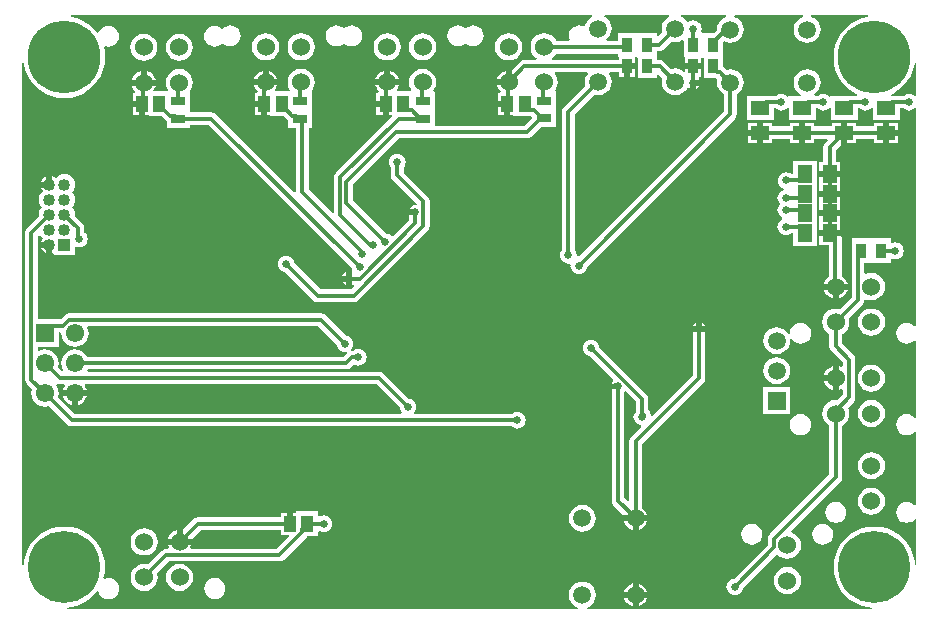
<source format=gbr>
%FSTAX23Y23*%
%MOIN*%
%SFA1B1*%

%IPPOS*%
%ADD13R,0.059000X0.049000*%
%ADD25C,0.012000*%
%ADD27C,0.059000*%
%ADD28R,0.061000X0.061000*%
%ADD29C,0.061000*%
%ADD30C,0.060000*%
%ADD31C,0.059000*%
%ADD32R,0.059000X0.059000*%
%ADD33R,0.040000X0.040000*%
%ADD34C,0.040000*%
%ADD35C,0.242000*%
%ADD36C,0.240000*%
%ADD37C,0.025000*%
%ADD38R,0.043000X0.053000*%
%ADD39R,0.033000X0.051000*%
%ADD40R,0.047000X0.031000*%
%ADD41R,0.049000X0.059000*%
%LNtemperature_monitor_&_display_copper_signal_bot-1*%
%LPD*%
G36*
X02357Y01985D02*
X02348Y01981D01*
X02338Y01974*
X02331Y01965*
X02327Y01954*
X02325Y01942*
Y01941*
X02315Y01931*
X02283*
X02282*
X02278*
X02274Y01933*
X02272Y01936*
X02273Y01938*
X02274Y01945*
X02273Y01952*
X02271Y01959*
X02266Y01965*
X0226Y01969*
X02254Y01972*
X02247Y01973*
X02239Y01972*
X02233Y01969*
X0223Y01967*
X02228*
X02224Y01969*
X02218Y01977*
X02208Y01984*
X02206Y01985*
X02207Y0199*
X02356*
X02357Y01985*
G37*
G36*
X02166D02*
X02163Y01984D01*
X02154Y01977*
X02147Y01967*
X02143Y01957*
X02141Y01945*
X02143Y01933*
Y01932*
X0213Y01919*
X02125Y01921*
Y01931*
X02062*
X02058*
X01995*
Y01904*
X01958*
X01957Y01909*
X01962Y01913*
X01969Y01923*
X01973Y01933*
X01975Y01945*
X01973Y01957*
X01969Y01967*
X01962Y01977*
X01952Y01984*
X0195Y01985*
X01951Y0199*
X02165*
X02166Y01985*
G37*
G36*
X02215Y01905D02*
Y01849D01*
X0222*
Y0183*
X02247*
X02273*
Y01846*
X02274Y01847*
X02281*
X02282Y01846*
Y01779*
X02322*
X02325Y01778*
X02326Y01774*
X02325Y01765*
X02327Y01753*
X02331Y01743*
X02338Y01733*
X02348Y01726*
X02349*
Y01669*
X01865Y01186*
X01862*
X01858Y0119*
X01857Y01197*
X01854Y01204*
X01851Y01207*
Y01659*
X01917Y01725*
X01918Y01724*
X0193Y01723*
X01942Y01724*
X01952Y01729*
X01962Y01736*
X01969Y01745*
X01973Y01756*
X01975Y01768*
X01973Y01779*
X01969Y0179*
X01966Y01794*
X01968Y01799*
X02*
Y01784*
X02017*
Y0182*
X02027*
Y0183*
X02053*
Y01849*
X02058*
X02062Y01846*
Y01779*
X02125*
Y01792*
X0213Y01794*
X02143Y0178*
Y01779*
X02141Y01768*
X02143Y01756*
X02147Y01745*
X02154Y01736*
X02163Y01729*
X02174Y01724*
X02186Y01723*
X02198Y01724*
X02208Y01729*
X02218Y01736*
X02225Y01745*
Y01746*
X02231Y01747*
X02235Y01745*
Y01765*
X02245*
Y01775*
X02267*
Y01784*
X02273*
Y0181*
X02247*
X0222*
Y01804*
X02215Y01802*
X02208Y01807*
X02198Y01811*
X02186Y01813*
X02174Y01811*
X02173*
X02149Y01835*
X02142Y0184*
X02134Y01841*
X02125*
Y01869*
X02131*
X02139Y0187*
X02146Y01875*
X02173Y01902*
X02174*
X02186Y019*
X02198Y01902*
X02208Y01906*
X0221Y01908*
X02215Y01905*
G37*
G36*
X02829Y01985D02*
D01*
X02808Y0198*
X02788Y01972*
X0277Y0196*
X02754Y01946*
X0274Y0193*
X02728Y01912*
X0272Y01892*
X02715Y01871*
X02714Y0185*
X02715Y01829*
X0272Y01808*
X02728Y01788*
X0274Y0177*
X02754Y01754*
X0277Y0174*
X02788Y01728*
X02793Y01726*
X02792Y01721*
X0277*
X02762Y0172*
X02705*
X027Y01718*
Y0172*
X02694Y01724*
X02687Y01727*
X0268Y01728*
X02673Y01727*
X02666Y01724*
X02663Y01721*
X02652*
X02649Y01726*
X02658Y01733*
X02665Y01743*
X02669Y01753*
X02671Y01765*
X02669Y01777*
X02665Y01787*
X02658Y01797*
X02648Y01804*
X02638Y01808*
X02626Y0181*
X02614Y01808*
X02603Y01804*
X02594Y01797*
X02587Y01787*
X02583Y01777*
X02581Y01765*
X02583Y01753*
X02587Y01743*
X02594Y01733*
X02603Y01726*
X02607Y01725*
X02606Y0172*
X02565*
X0256Y01718*
Y0172*
X02554Y01724*
X02547Y01727*
X0254Y01728*
X02533Y01727*
X02526Y01724*
X02523Y01721*
X0249*
X02482Y0172*
X02425*
Y0164*
X02515*
Y01679*
X02523*
X02526Y01676*
X02533Y01673*
X0254Y01672*
X02547Y01673*
X02554Y01676*
X0256Y0168*
Y01682*
X02565Y0168*
Y0164*
X02655*
Y01679*
X02663*
X02666Y01676*
X02673Y01673*
X0268Y01672*
X02687Y01673*
X02694Y01676*
X027Y0168*
Y01682*
X02705Y0168*
Y0164*
X02795*
Y01679*
X02803*
X02806Y01676*
X02813Y01673*
X0282Y01672*
X02827Y01673*
X02834Y01676*
X0284Y0168*
Y01682*
X02845Y0168*
Y0164*
X02935*
Y01679*
X02948*
X02951Y01676*
X02958Y01673*
X02965Y01672*
X02972Y01673*
X02979Y01676*
X02985Y0168*
Y01681*
X0299Y01679*
Y00954*
X02985Y00953*
X02983Y00955*
X02976Y0096*
X02967Y00964*
X02958Y00965*
X02949Y00964*
X0294Y0096*
X02933Y00955*
X02928Y00948*
X02924Y00939*
X02923Y0093*
X02924Y00921*
X02928Y00912*
X02933Y00905*
X0294Y00899*
X02949Y00896*
X02958Y00895*
X02967Y00896*
X02976Y00899*
X02983Y00905*
X02985Y00907*
X0299Y00905*
Y00649*
X02985Y00648*
X02983Y0065*
X02976Y00655*
X02967Y00659*
X02958Y0066*
X02949Y00659*
X0294Y00655*
X02933Y0065*
X02928Y00643*
X02924Y00634*
X02923Y00625*
X02924Y00616*
X02928Y00607*
X02933Y006*
X0294Y00594*
X02949Y00591*
X02958Y0059*
X02967Y00591*
X02976Y00594*
X02983Y006*
X02985Y00602*
X0299Y006*
Y00357*
X02985Y00356*
X02983Y00358*
X02976Y00364*
X02967Y00367*
X02958Y00368*
X02949Y00367*
X0294Y00364*
X02933Y00358*
X02928Y00351*
X02924Y00342*
X02923Y00333*
X02924Y00324*
X02928Y00315*
X02933Y00308*
X0294Y00302*
X02949Y00299*
X02958Y00298*
X02967Y00299*
X02976Y00302*
X02983Y00308*
X02985Y0031*
X0299Y00309*
Y00158*
X02985*
X02984Y00171*
X02979Y00192*
X02971Y00211*
X0296Y0023*
X02946Y00246*
X0293Y0026*
X02911Y00271*
X02892Y00279*
X02871Y00284*
X0285Y00285*
X02829Y00284*
X02808Y00279*
X02789Y00271*
X0277Y0026*
X02754Y00246*
X0274Y0023*
X02729Y00211*
X02721Y00192*
X02716Y00171*
X02715Y0015*
X02716Y00129*
X02721Y00108*
X02729Y00089*
X0274Y0007*
X02754Y00054*
X0277Y0004*
X02789Y00029*
X02808Y00021*
X02829Y00016*
X02842Y00015*
Y0001*
X01893*
X01892Y00015*
X01899Y00018*
X01908Y00025*
X01915Y00035*
X0192Y00045*
X01921Y00057*
X0192Y00069*
X01915Y00079*
X01908Y00089*
X01899Y00096*
X01888Y001*
X01876Y00102*
X01865Y001*
X01854Y00096*
X01845Y00089*
X01838Y00079*
X01833Y00069*
X01832Y00057*
X01833Y00045*
X01838Y00035*
X01845Y00025*
X01854Y00018*
X01861Y00015*
X0186Y0001*
X00158*
Y00015*
X00171Y00016*
X00192Y00021*
X00211Y00029*
X0023Y0004*
X00246Y00054*
X00259Y00069*
X00261Y0007*
X00262Y00069*
X00264Y00068*
X00267Y00061*
X00273Y00054*
X0028Y00048*
X00289Y00045*
X00298Y00044*
X00307Y00045*
X00315Y00048*
X00323Y00054*
X00328Y00061*
X00332Y0007*
X00333Y00079*
X00332Y00088*
X00328Y00097*
X00323Y00104*
X00315Y00109*
X00307Y00113*
X00298Y00114*
X00289Y00113*
X00285Y00111*
X0028Y00115*
X00284Y00129*
X00285Y0015*
X00284Y00171*
X00279Y00192*
X00271Y00211*
X0026Y0023*
X00246Y00246*
X0023Y0026*
X00211Y00271*
X00192Y00279*
X00171Y00284*
X0015Y00285*
X00129Y00284*
X00108Y00279*
X00089Y00271*
X0007Y0026*
X00054Y00246*
X0004Y0023*
X00029Y00211*
X00021Y00192*
X00016Y00171*
X00015Y00158*
X0001*
Y01829*
X00015*
X0002Y01808*
X00028Y01788*
X0004Y0177*
X00054Y01754*
X0007Y0174*
X00088Y01728*
X00108Y0172*
X00129Y01715*
X0015Y01714*
X00171Y01715*
X00192Y0172*
X00212Y01728*
X0023Y0174*
X00246Y01754*
X0026Y0177*
X00272Y01788*
X0028Y01808*
X00285Y01829*
X00286Y0185*
X00285Y01871*
X00282Y01884*
X00286Y01887*
X00288Y01886*
X00297Y01885*
X00306Y01886*
X00315Y0189*
X00322Y01895*
X00327Y01902*
X00331Y01911*
X00332Y0192*
X00331Y01929*
X00327Y01938*
X00322Y01945*
X00315Y01951*
X00306Y01954*
X00297Y01955*
X00288Y01954*
X00279Y01951*
X00272Y01945*
X00266Y01938*
X00264Y01933*
X00259Y01932*
X00246Y01946*
X0023Y0196*
X00212Y01972*
X00192Y0198*
X00171Y01985*
Y0199*
X01909*
X0191Y01985*
X01908Y01984*
X01898Y01977*
X01891Y01967*
X01887Y01957*
Y01956*
X01881Y01953*
X01876Y01955*
X01867Y01956*
X01858Y01955*
X0185Y01952*
X01842Y01946*
X01837Y01939*
X01833Y0193*
X01832Y01921*
X01833Y01912*
X01834Y01909*
X01832Y01904*
X01789*
X01788Y01907*
X01781Y01916*
X01772Y01923*
X01761Y01928*
X01749Y01929*
X01737Y01928*
X01726Y01923*
X01717Y01916*
X0171Y01907*
X01705Y01896*
X01704Y01884*
X01705Y01872*
X0171Y01861*
X01717Y01852*
X01724Y01846*
X01722Y01841*
X01683*
X01675Y0184*
X01668Y01835*
X01641Y01808*
Y01766*
X01631*
Y01756*
X01592*
X01596Y01746*
X01602Y01737*
X01604*
X01602Y01732*
X01595*
Y01705*
X01626*
Y01695*
X01636*
Y01658*
X01647*
Y01653*
X01696*
X01699*
X017*
X01705*
X0171Y01648*
X01683Y01621*
X01384*
Y01673*
Y01735*
X01383*
X0138Y01739*
X01383Y01743*
X01388Y01754*
X01389Y01766*
X01388Y01778*
X01383Y01789*
X01376Y01798*
X01367Y01805*
X01356Y0181*
X01344Y01811*
X01332Y0181*
X01321Y01805*
X01312Y01798*
X01305Y01789*
X013Y01778*
X01299Y01766*
X013Y01754*
X01305Y01743*
X01306Y01741*
X01304Y01737*
X0126*
X01258Y01742*
X01261Y01746*
X01265Y01756*
X01226*
X01187*
X01191Y01746*
X01197Y01737*
X01199*
X01197Y01732*
X0119*
Y01705*
X01221*
Y01695*
X01231*
Y01658*
X01242*
Y01653*
X01239Y0165*
X01055Y01465*
X0105Y01458*
X01049Y0145*
Y01331*
X01044Y01329*
X00964Y01408*
Y01615*
X00974*
Y01674*
Y01735*
X00976Y0174*
X00978Y01743*
X00983Y01754*
X00984Y01766*
X00983Y01778*
X00978Y01789*
X00971Y01798*
X00962Y01805*
X00951Y0181*
X00939Y01811*
X00927Y0181*
X00916Y01805*
X00907Y01798*
X009Y01789*
X00895Y01778*
X00894Y01766*
X00895Y01754*
X009Y01743*
X00901Y01741*
X00899Y01737*
X00855*
X00853Y01742*
X00856Y01746*
X0086Y01756*
X00821*
X00782*
X00786Y01746*
X00792Y01737*
X00794*
X00792Y01732*
X00785*
Y01705*
X00816*
Y01695*
X00826*
Y01658*
X00837*
Y01653*
X00881*
X00894Y0164*
X00896Y01639*
Y01615*
X00921*
Y01401*
X00916Y01399*
X00655Y0166*
X00648Y01665*
X0064Y01666*
X00569*
Y01735*
X0057Y0174*
X00572Y01742*
X00577Y01753*
X00578Y01765*
X00577Y01777*
X00572Y01788*
X00565Y01797*
X00556Y01804*
X00545Y01809*
X00533Y0181*
X00521Y01809*
X0051Y01804*
X00501Y01797*
X00494Y01788*
X00489Y01777*
X00488Y01765*
X00489Y01753*
X00494Y01742*
X00495Y01741*
X00493Y01737*
X00449*
X00447Y01741*
X0045Y01745*
X00454Y01755*
X00415*
X00376*
X0038Y01745*
X00386Y01737*
Y01736*
X00385Y01732*
X00379*
Y01705*
X0041*
Y01695*
X0042*
Y01658*
X00431*
Y01653*
X00474*
X00488Y0164*
X00491Y01638*
Y01615*
X00569*
Y01624*
X00631*
X01108Y01147*
Y01143*
X0111Y01139*
X01108Y01135*
Y01112*
Y01091*
X01114*
X01116Y01086*
X01106Y01076*
X01004*
X00917Y01163*
Y01167*
X00914Y01174*
X0091Y0118*
X00904Y01184*
X00897Y01187*
X0089Y01188*
X00883Y01187*
X00876Y01184*
X0087Y0118*
X00866Y01174*
X00863Y01167*
X00862Y0116*
X00863Y01153*
X00866Y01146*
X0087Y0114*
X00876Y01136*
X00883Y01133*
X00887*
X0098Y0104*
X00987Y01035*
X00995Y01034*
X01115*
X01123Y01035*
X0113Y0104*
X01362Y01271*
X01366Y01278*
X01368Y01286*
Y0137*
X01366Y01378*
X01362Y01385*
X01281Y01465*
Y01483*
X01284Y01486*
X01287Y01493*
X01288Y015*
X01287Y01507*
X01284Y01514*
X0128Y0152*
X01274Y01524*
X01267Y01527*
X0126Y01528*
X01253Y01527*
X01246Y01524*
X0124Y0152*
X01236Y01514*
X01233Y01507*
X01232Y015*
X01233Y01493*
X01236Y01486*
X01239Y01483*
Y01456*
X0124Y01448*
X01245Y01441*
X01324Y01362*
X01322Y01358*
X01321*
X0132*
X01311Y01356*
X01304Y01351*
X013Y01345*
X0132*
Y01325*
X01299*
Y01306*
X01245Y01253*
X0124Y01254*
Y01255*
X01234Y01259*
X01227Y01262*
X01223*
X01111Y01374*
Y01426*
X01264Y01579*
X01692*
X017Y0158*
X01707Y01585*
X01738Y01616*
X01789*
Y01675*
Y01736*
X01786Y01741*
X01788Y01743*
X01793Y01754*
X01794Y01766*
X01793Y01778*
X01788Y01789*
X01785Y01794*
X01787Y01799*
X01892*
X01894Y01794*
X01891Y0179*
X01887Y01779*
X01885Y01768*
X01887Y01756*
Y01755*
X01815Y01683*
X0181Y01676*
X01809Y01668*
Y01207*
X01806Y01204*
X01803Y01197*
X01802Y0119*
X01803Y01183*
X01806Y01176*
X0181Y0117*
X01816Y01166*
X01823Y01163*
X0183Y01162*
X01833Y01163*
X01838Y01158*
X01837Y01155*
X01838Y01148*
X01841Y01141*
X01845Y01135*
X01851Y01131*
X01858Y01128*
X01865Y01127*
X01872Y01128*
X01879Y01131*
X01885Y01135*
X01889Y01141*
X01892Y01148*
Y01152*
X02385Y01645*
X0239Y01652*
X02391Y0166*
Y01726*
X02392*
X02402Y01733*
X02409Y01743*
X02413Y01753*
X02415Y01765*
X02413Y01777*
X02409Y01787*
X02402Y01797*
X02392Y01804*
X02382Y01808*
X0237Y0181*
X02358Y01808*
X02357*
X0235Y01816*
X02345Y01819*
Y01849*
Y01899*
X02349Y01903*
X02358Y01899*
X0237Y01897*
X02382Y01899*
X02392Y01903*
X02402Y0191*
X02409Y0192*
X02413Y01931*
X02415Y01942*
X02413Y01954*
X02409Y01965*
X02402Y01974*
X02392Y01981*
X02383Y01985*
X02384Y0199*
X02612*
X02613Y01985*
X02603Y01981*
X02594Y01974*
X02587Y01965*
X02583Y01954*
X02581Y01942*
X02583Y01931*
X02587Y0192*
X02594Y0191*
X02603Y01903*
X02614Y01899*
X02626Y01897*
X02638Y01899*
X02648Y01903*
X02658Y0191*
X02665Y0192*
X02669Y01931*
X02671Y01942*
X02669Y01954*
X02665Y01965*
X02658Y01974*
X02648Y01981*
X02639Y01985*
X0264Y0199*
X02829*
Y01985*
G37*
G36*
X01995Y01849D02*
X02D01*
Y01841*
X01776*
X01774Y01846*
X01781Y01852*
X01788Y01861*
Y01862*
X01995*
Y01849*
G37*
G36*
X0299Y01829D02*
Y01721D01*
X02985Y01719*
Y0172*
X02979Y01724*
X02972Y01727*
X02965Y01728*
X02958Y01727*
X02951Y01724*
X02948Y01721*
X0291*
X02906*
X02905Y01725*
X02912Y01728*
X0293Y0174*
X02946Y01754*
X0296Y0177*
X02972Y01788*
X0298Y01808*
X02985Y01829*
X0299*
G37*
%LNtemperature_monitor_&_display_copper_signal_bot-2*%
%LPC*%
G36*
X02053Y0181D02*
X02037D01*
Y01784*
X02053*
Y0181*
G37*
G36*
X02265Y01755D02*
X02255D01*
Y01745*
X02261Y01749*
X02265Y01755*
G37*
G36*
X01513Y01956D02*
X01504Y01955D01*
X01495Y01952*
X01488Y01946*
X01487*
X0148Y01952*
X01471Y01955*
X01462Y01956*
X01453Y01955*
X01445Y01952*
X01437Y01946*
X01432Y01939*
X01428Y0193*
X01427Y01921*
X01428Y01912*
X01432Y01903*
X01437Y01896*
X01445Y0189*
X01453Y01887*
X01462Y01886*
X01471Y01887*
X0148Y0189*
X01487Y01896*
X01488*
X01495Y0189*
X01504Y01887*
X01513Y01886*
X01522Y01887*
X0153Y0189*
X01538Y01896*
X01543Y01903*
X01547Y01912*
X01548Y01921*
X01547Y0193*
X01543Y01939*
X01538Y01946*
X0153Y01952*
X01522Y01955*
X01513Y01956*
G37*
G36*
X01108D02*
X01099Y01955D01*
X0109Y01952*
X01083Y01946*
X01082*
X01075Y01952*
X01066Y01955*
X01057Y01956*
X01048Y01955*
X0104Y01952*
X01032Y01946*
X01027Y01939*
X01023Y0193*
X01022Y01921*
X01023Y01912*
X01027Y01903*
X01032Y01896*
X0104Y0189*
X01048Y01887*
X01057Y01886*
X01066Y01887*
X01075Y0189*
X01082Y01896*
X01083*
X0109Y0189*
X01099Y01887*
X01108Y01886*
X01117Y01887*
X01125Y0189*
X01133Y01896*
X01138Y01903*
X01142Y01912*
X01143Y01921*
X01142Y0193*
X01138Y01939*
X01133Y01946*
X01125Y01952*
X01117Y01955*
X01108Y01956*
G37*
G36*
X00703D02*
X00694Y01955D01*
X00685Y01952*
X00678Y01946*
X00677Y01945*
X00676*
X00669Y01951*
X0066Y01954*
X00651Y01955*
X00642Y01954*
X00634Y01951*
X00626Y01945*
X00621Y01938*
X00617Y01929*
X00616Y0192*
X00617Y01911*
X00621Y01902*
X00626Y01895*
X00634Y0189*
X00642Y01886*
X00651Y01885*
X0066Y01886*
X00669Y0189*
X00676Y01895*
X00677Y01896*
X00678*
X00685Y0189*
X00694Y01887*
X00703Y01886*
X00712Y01887*
X0072Y0189*
X00728Y01896*
X00733Y01903*
X00737Y01912*
X00738Y01921*
X00737Y0193*
X00733Y01939*
X00728Y01946*
X0072Y01952*
X00712Y01955*
X00703Y01956*
G37*
G36*
X01631Y01929D02*
X01619Y01928D01*
X01608Y01923*
X01599Y01916*
X01592Y01907*
X01587Y01896*
X01586Y01884*
X01587Y01872*
X01592Y01861*
X01599Y01852*
X01608Y01845*
X01619Y0184*
X01631Y01839*
X01643Y0184*
X01654Y01845*
X01663Y01852*
X0167Y01861*
X01675Y01872*
X01676Y01884*
X01675Y01896*
X0167Y01907*
X01663Y01916*
X01654Y01923*
X01643Y01928*
X01631Y01929*
G37*
G36*
X01344D02*
X01332Y01928D01*
X01321Y01923*
X01312Y01916*
X01305Y01907*
X013Y01896*
X01299Y01884*
X013Y01872*
X01305Y01861*
X01312Y01852*
X01321Y01845*
X01332Y0184*
X01344Y01839*
X01356Y0184*
X01367Y01845*
X01376Y01852*
X01383Y01861*
X01388Y01872*
X01389Y01884*
X01388Y01896*
X01383Y01907*
X01376Y01916*
X01367Y01923*
X01356Y01928*
X01344Y01929*
G37*
G36*
X01226D02*
X01214Y01928D01*
X01203Y01923*
X01194Y01916*
X01187Y01907*
X01182Y01896*
X01181Y01884*
X01182Y01872*
X01187Y01861*
X01194Y01852*
X01203Y01845*
X01214Y0184*
X01226Y01839*
X01238Y0184*
X01249Y01845*
X01258Y01852*
X01265Y01861*
X0127Y01872*
X01271Y01884*
X0127Y01896*
X01265Y01907*
X01258Y01916*
X01249Y01923*
X01238Y01928*
X01226Y01929*
G37*
G36*
X00939D02*
X00927Y01928D01*
X00916Y01923*
X00907Y01916*
X009Y01907*
X00895Y01896*
X00894Y01884*
X00895Y01872*
X009Y01861*
X00907Y01852*
X00916Y01845*
X00927Y0184*
X00939Y01839*
X00951Y0184*
X00962Y01845*
X00971Y01852*
X00978Y01861*
X00983Y01872*
X00984Y01884*
X00983Y01896*
X00978Y01907*
X00971Y01916*
X00962Y01923*
X00951Y01928*
X00939Y01929*
G37*
G36*
X00821D02*
X00809Y01928D01*
X00798Y01923*
X00789Y01916*
X00782Y01907*
X00777Y01896*
X00776Y01884*
X00777Y01872*
X00782Y01861*
X00789Y01852*
X00798Y01845*
X00809Y0184*
X00821Y01839*
X00833Y0184*
X00844Y01845*
X00853Y01852*
X0086Y01861*
X00865Y01872*
X00866Y01884*
X00865Y01896*
X0086Y01907*
X00853Y01916*
X00844Y01923*
X00833Y01928*
X00821Y01929*
G37*
G36*
X00533Y01928D02*
X00521Y01927D01*
X0051Y01922*
X00501Y01915*
X00494Y01906*
X00489Y01895*
X00488Y01883*
X00489Y01871*
X00494Y0186*
X00501Y01851*
X0051Y01844*
X00521Y01839*
X00533Y01838*
X00545Y01839*
X00556Y01844*
X00565Y01851*
X00572Y0186*
X00577Y01871*
X00578Y01883*
X00577Y01895*
X00572Y01906*
X00565Y01915*
X00556Y01922*
X00545Y01927*
X00533Y01928*
G37*
G36*
X00415D02*
X00403Y01927D01*
X00392Y01922*
X00383Y01915*
X00376Y01906*
X00371Y01895*
X0037Y01883*
X00371Y01871*
X00376Y0186*
X00383Y01851*
X00392Y01844*
X00403Y01839*
X00415Y01838*
X00427Y01839*
X00438Y01844*
X00447Y01851*
X00454Y0186*
X00459Y01871*
X0046Y01883*
X00459Y01895*
X00454Y01906*
X00447Y01915*
X00438Y01922*
X00427Y01927*
X00415Y01928*
G37*
G36*
X01236Y01805D02*
Y01776D01*
X01265*
X01261Y01786*
X01254Y01794*
X01246Y01801*
X01236Y01805*
G37*
G36*
X00831D02*
Y01776D01*
X0086*
X00856Y01786*
X00849Y01794*
X00841Y01801*
X00831Y01805*
G37*
G36*
X00811D02*
D01*
X00801Y01801*
X00792Y01794*
X00786Y01786*
X00782Y01776*
X00811*
Y01805*
G37*
G36*
X01621D02*
D01*
X01611Y01801*
X01602Y01794*
X01596Y01786*
X01592Y01776*
X01621*
Y01805*
G37*
G36*
X01216D02*
D01*
X01206Y01801*
X01197Y01794*
X01191Y01786*
X01187Y01776*
X01216*
Y01805*
G37*
G36*
X00425Y01804D02*
Y01775D01*
X00454*
X0045Y01785*
X00444Y01794*
X00435Y018*
X00425Y01804*
G37*
G36*
X00405D02*
D01*
X00395Y018*
X00386Y01794*
X0038Y01785*
X00376Y01775*
X00405*
Y01804*
G37*
G36*
X01616Y01685D02*
X01595D01*
Y01658*
X01616*
Y01685*
G37*
G36*
X01211D02*
X0119D01*
Y01658*
X01211*
Y01685*
G37*
G36*
X00806D02*
X00785D01*
Y01658*
X00806*
Y01685*
G37*
G36*
X004D02*
X00379D01*
Y01658*
X004*
Y01685*
G37*
G36*
X0288Y01632D02*
X0285D01*
Y01619*
X0279*
Y01632*
X0276*
Y01597*
Y01563*
X0279*
Y01576*
X0285*
Y01563*
X0288*
Y01597*
X0289*
X0288*
Y01632*
G37*
G36*
X0274D02*
X0271D01*
Y01619*
X0265*
Y01632*
X0262*
Y01597*
Y01563*
X0265*
Y01576*
X02692*
X02694Y01571*
X02686Y01564*
X02682Y01557*
X0268Y01549*
Y015*
X02667*
Y0147*
X02701*
X02736*
Y015*
X02723*
Y0154*
X0274Y01557*
Y01597*
Y01632*
G37*
G36*
X026D02*
X0257D01*
Y01619*
X0251*
Y01632*
X0248*
Y01597*
Y01563*
X0251*
Y01576*
X0257*
Y01563*
X026*
Y01597*
Y01632*
G37*
G36*
X0293D02*
X029D01*
Y01607*
X0293*
Y01632*
G37*
G36*
X0246D02*
X0243D01*
Y01607*
X0246*
Y01632*
G37*
G36*
X0293Y01587D02*
X029D01*
Y01563*
X0293*
Y01587*
G37*
G36*
X0246D02*
X0243D01*
Y01563*
X0246*
Y01587*
G37*
G36*
X02658Y01505D02*
X02579D01*
Y0146*
X02574*
X0257Y01463*
X02564Y01465*
X02556Y01466*
X02549Y01465*
X02543Y01463*
X02537Y01458*
X02532Y01452*
X0253Y01446*
X02529Y01439*
X0253Y01431*
X02532Y01425*
X02537Y01419*
X02543Y01415*
X02549Y01412*
X02548Y01407*
X02541Y01404*
X02535Y014*
X02531Y01394*
X02528Y01387*
X02527Y0138*
X02528Y01373*
X02531Y01366*
X02535Y0136*
X02531Y01354*
X02528Y01347*
X02527Y0134*
X02528Y01333*
X02531Y01326*
X02535Y0132*
X02541Y01316*
X02543Y01315*
Y0131*
X02541Y01309*
X02535Y01305*
X02531Y01299*
X02528Y01292*
X02527Y01285*
X02528Y01278*
X02531Y01271*
X02535Y01265*
X02541Y01261*
X02548Y01258*
X02555Y01257*
X02562Y01258*
X02569Y01261*
X02572Y01264*
X02579*
Y0122*
X02658*
Y01285*
Y0135*
Y01415*
Y01505*
G37*
G36*
X0015Y0146D02*
X00141Y01459D01*
X00132Y01456*
X00125Y0145*
X00122Y01446*
X00121*
X00115Y01451*
X0011Y01453*
Y01425*
X001*
Y01415*
X00072*
X00074Y0141*
X00079Y01404*
Y01403*
X00075Y014*
X00069Y01393*
X00066Y01384*
X00065Y01375*
X00066Y01366*
X00069Y01357*
X00072Y01354*
X00075Y0135*
X00072Y01346*
X00069Y01343*
X00066Y01334*
X00065Y01325*
Y01321*
X00025Y01281*
X00021Y01274*
X00019Y01265*
Y00775*
X00021Y00766*
X00025Y00759*
X00041Y00743*
Y00742*
X00039Y0073*
X00041Y00718*
X00045Y00707*
X00053Y00698*
X00062Y0069*
X00073Y00686*
X00085Y00684*
X00097Y00686*
X00098*
X0016Y00625*
X00167Y0062*
X00175Y00619*
X01643*
X01646Y00616*
X01653Y00613*
X0166Y00612*
X01667Y00613*
X01674Y00616*
X0168Y0062*
X01684Y00626*
X01687Y00633*
X01688Y0064*
X01687Y00647*
X01684Y00654*
X0168Y0066*
X01674Y00664*
X01667Y00667*
X0166Y00668*
X01653Y00667*
X01646Y00664*
X01643Y00661*
X01317*
X01315Y00666*
X01319Y00671*
X01322Y00678*
X01323Y00685*
X01322Y00692*
X01319Y00699*
X01315Y00705*
X01309Y00709*
X01302Y00712*
X01298*
X01215Y00795*
X01208Y008*
X012Y00801*
X00229*
X00226Y00806*
X00228Y00809*
X0109*
X01098Y0081*
X01105Y00815*
X01116Y00826*
X01123Y00823*
X0113Y00822*
X01137Y00823*
X01144Y00826*
X0115Y0083*
X01154Y00836*
X01157Y00843*
X01158Y0085*
X01157Y00857*
X01154Y00864*
X0115Y0087*
X01144Y00874*
X01137Y00877*
X0113Y00878*
X01123Y00877*
X01116Y00874*
X01113Y00871*
X0111*
X01107*
X01105Y00875*
X01109Y00881*
X01112Y00888*
X01113Y00895*
X01112Y00902*
X01109Y00909*
X01105Y00915*
X01099Y00919*
X01092Y00922*
X01088*
X01021Y0099*
X01014Y00994*
X01005Y00996*
X00166*
X00158Y00994*
X00151Y0099*
X00138Y00976*
X0011*
X00107*
X00062*
Y01255*
X00065Y01257*
X0007*
X00075Y0125*
X00079Y01247*
Y01246*
X00074Y0124*
X00072Y01235*
X001*
Y01225*
X0011*
Y01197*
X00111*
X00115Y01194*
Y0119*
X00185*
Y01216*
X0019Y01219*
X00193Y01218*
X002Y01217*
X00207Y01218*
X00214Y01221*
X0022Y01225*
X00224Y01231*
X00227Y01238*
X00228Y01245*
X00227Y01252*
X00224Y01259*
X0022Y01265*
X00216Y01267*
Y01281*
X00214Y01289*
X0021Y01296*
X00185Y01321*
Y01325*
X00184Y01334*
X00181Y01343*
X00178Y01346*
X00175Y0135*
X00178Y01354*
X00181Y01357*
X00184Y01366*
X00185Y01375*
X00184Y01384*
X00181Y01393*
X00178Y01396*
X00175Y014*
X00178Y01404*
X00181Y01407*
X00184Y01416*
X00185Y01425*
X00184Y01434*
X00181Y01443*
X00175Y0145*
X00168Y01456*
X00159Y01459*
X0015Y0146*
G37*
G36*
X0009Y01453D02*
X00085Y01451D01*
X00079Y01446*
X00074Y0144*
X00072Y01435*
X0009*
Y01453*
G37*
G36*
X02736Y0145D02*
X02701D01*
X02667*
Y0142*
Y01405*
X02701*
X02736*
Y0142*
Y0145*
G37*
G36*
Y01385D02*
X02701D01*
X02667*
Y01355*
Y0134*
X02701*
X02736*
Y01355*
Y01385*
G37*
G36*
Y0132D02*
X02701D01*
X02667*
Y0129*
Y01275*
X02701*
X02736*
Y0129*
Y0132*
G37*
G36*
X0009Y01215D02*
X00072D01*
X00074Y0121*
X00079Y01204*
X00085Y01199*
X0009Y01197*
Y01215*
G37*
G36*
X02838Y01246D02*
X02837D01*
X02775*
Y01206*
Y01204*
Y0105*
X02735Y0101*
X02734Y01011*
X02722Y01012*
X0271Y01011*
X02699Y01006*
X0269Y00999*
X02683Y0099*
X02678Y00979*
X02677Y00967*
X02678Y00955*
X02683Y00944*
X0269Y00935*
X02699Y00928*
X027Y00927*
Y00886*
X02701Y00878*
X02706Y00871*
X02744Y00833*
Y00819*
X02739Y00816*
X02732Y00819*
Y0078*
Y00741*
X02739Y00744*
X02744Y00741*
Y00725*
X02726Y00707*
X02722*
X0271Y00706*
X02699Y00701*
X0269Y00694*
X02683Y00685*
X02678Y00674*
X02677Y00662*
X02678Y0065*
X02683Y00639*
X0269Y0063*
X02699Y00623*
X027Y00622*
Y00459*
X02501Y0026*
X02496Y00253*
X02495Y00245*
Y00225*
X02382Y00112*
X02378*
X02371Y00109*
X02365Y00105*
X02361Y00099*
X02358Y00092*
X02357Y00085*
X02358Y00078*
X02361Y00071*
X02365Y00065*
X02371Y00061*
X02378Y00058*
X02385Y00057*
X02392Y00058*
X02399Y00061*
X02405Y00065*
X02409Y00071*
X02412Y00078*
Y00082*
X02522Y00192*
X02527*
X02528Y00191*
X02537Y00184*
X02548Y00179*
X0256Y00178*
X02572Y00179*
X02583Y00184*
X02592Y00191*
X02599Y002*
X02604Y00211*
X02605Y00223*
X02604Y00235*
X02599Y00246*
X02592Y00255*
X02583Y00262*
X02574Y00266*
X02573Y00272*
X02736Y00435*
X02741Y00442*
X02742Y0045*
Y00622*
X02745Y00623*
X02754Y0063*
X02761Y00639*
X02766Y0065*
X02767Y00662*
X02766Y00674*
X02762Y00682*
X02781Y00701*
X02786Y00708*
X02787Y00716*
Y00841*
X02786Y0085*
X02781Y00857*
X02742Y00895*
Y00927*
X02745Y00928*
X02754Y00935*
X02761Y00944*
X02766Y00955*
X02767Y00967*
X02766Y00979*
X02765Y0098*
X02811Y01026*
X02816Y01033*
X02817Y0104*
X02819Y01042*
X02822Y01044*
X02828Y01041*
X0284Y0104*
X02852Y01041*
X02863Y01046*
X02872Y01053*
X02879Y01062*
X02884Y01073*
X02885Y01085*
X02884Y01097*
X02879Y01108*
X02872Y01117*
X02863Y01124*
X02852Y01129*
X0284Y0113*
X02828Y01129*
X02822Y01126*
X02817Y01129*
Y01164*
X02837*
X02842*
X02843*
X02905*
Y01176*
X0291Y01179*
X02913Y01178*
X0292Y01177*
X02927Y01178*
X02934Y01181*
X0294Y01185*
X02944Y01191*
X02947Y01198*
X02948Y01205*
X02947Y01212*
X02944Y01219*
X0294Y01225*
X02934Y01229*
X02927Y01232*
X0292Y01233*
X02913Y01232*
X0291Y01231*
X02905Y01234*
Y01246*
X02843*
X02838*
G37*
G36*
X01088Y01133D02*
X01081Y01129D01*
X01077Y01122*
X01088*
Y01133*
G37*
G36*
X02739Y01255D02*
X02701D01*
X02667*
Y01225*
X02699*
Y01117*
X02693Y01114*
X02687Y01105*
X02683Y01095*
X02761*
X02757Y01105*
X0275Y01114*
X02742Y0112*
X02741*
Y01246*
X0274Y01255*
X02739*
G37*
G36*
X01088Y01102D02*
X01077D01*
X01081Y01096*
X01088Y01092*
Y01102*
G37*
G36*
X02761Y01075D02*
X02732D01*
Y01046*
X02742Y0105*
X0275Y01056*
X02757Y01065*
X02761Y01075*
G37*
G36*
X02712D02*
X02683D01*
X02687Y01065*
X02693Y01056*
X02702Y0105*
X02711Y01046*
X02712*
Y01075*
G37*
G36*
X02275Y00965D02*
Y00955D01*
X02285*
X02281Y00961*
X02275Y00965*
G37*
G36*
X02255D02*
X02249Y00961D01*
X02245Y00955*
X02255*
Y00965*
G37*
G36*
X02604D02*
X02595Y00964D01*
X02586Y0096*
X02579Y00955*
X02573Y00948*
X0257Y00939*
X02568Y0093*
X02569Y00929*
X02564Y00927*
X02557Y00937*
X02547Y00944*
X02537Y00948*
X02525Y0095*
X02513Y00948*
X02503Y00944*
X02493Y00937*
X02486Y00927*
X02482Y00917*
X0248Y00905*
X02482Y00893*
X02486Y00883*
X02493Y00873*
X02503Y00866*
X02513Y00862*
X02525Y0086*
X02537Y00862*
X02547Y00866*
X02557Y00873*
X02564Y00883*
X02568Y00893*
X0257Y00905*
X02569Y00909*
X02574Y00911*
X02579Y00905*
X02586Y00899*
X02595Y00896*
X02604Y00895*
X02613Y00896*
X02621Y00899*
X02629Y00905*
X02634Y00912*
X02638Y00921*
X02639Y0093*
X02638Y00939*
X02634Y00948*
X02629Y00955*
X02621Y0096*
X02613Y00964*
X02604Y00965*
G37*
G36*
X0284Y01012D02*
X02828Y01011D01*
X02817Y01006*
X02808Y00999*
X02801Y0099*
X02796Y00979*
X02795Y00967*
X02796Y00955*
X02801Y00944*
X02808Y00935*
X02817Y00928*
X02828Y00923*
X0284Y00922*
X02852Y00923*
X02863Y00928*
X02872Y00935*
X02879Y00944*
X02884Y00955*
X02885Y00967*
X02884Y00979*
X02879Y0099*
X02872Y00999*
X02863Y01006*
X02852Y01011*
X0284Y01012*
G37*
G36*
X02712Y00819D02*
X02711D01*
X02702Y00815*
X02693Y00809*
X02687Y008*
X02683Y0079*
X02712*
Y00819*
G37*
G36*
X02525Y0085D02*
X02513Y00848D01*
X02503Y00844*
X02493Y00837*
X02486Y00827*
X02482Y00817*
X0248Y00805*
X02482Y00793*
X02486Y00783*
X02493Y00773*
X02503Y00766*
X02513Y00762*
X02525Y0076*
X02537Y00762*
X02547Y00766*
X02557Y00773*
X02564Y00783*
X02568Y00793*
X0257Y00805*
X02568Y00817*
X02564Y00827*
X02557Y00837*
X02547Y00844*
X02537Y00848*
X02525Y0085*
G37*
G36*
X02712Y0077D02*
X02683D01*
X02687Y0076*
X02693Y00751*
X02702Y00745*
X02711Y00741*
X02712*
Y0077*
G37*
G36*
X0284Y00825D02*
X02828Y00824D01*
X02817Y00819*
X02808Y00812*
X02801Y00803*
X02796Y00792*
X02795Y0078*
X02796Y00768*
X02801Y00757*
X02808Y00748*
X02817Y00741*
X02828Y00736*
X0284Y00735*
X02852Y00736*
X02863Y00741*
X02872Y00748*
X02879Y00757*
X02884Y00768*
X02885Y0078*
X02884Y00792*
X02879Y00803*
X02872Y00812*
X02863Y00819*
X02852Y00824*
X0284Y00825*
G37*
G36*
X0257Y0075D02*
X0248D01*
Y0066*
X0257*
Y0075*
G37*
G36*
X02286Y00935D02*
X02244D01*
Y00789*
X02108Y00654*
X02104Y00656*
Y00657*
X02102Y00666*
X02098Y00673*
X02096*
Y00712*
X02095Y00721*
X0209Y00728*
X01933Y00885*
Y00887*
X0193Y00894*
X01926Y009*
X0192Y00904*
X01913Y00907*
X01906Y00908*
X01899Y00907*
X01892Y00904*
X01886Y009*
X01882Y00894*
X01879Y00887*
X01878Y0088*
X01879Y00873*
X01882Y00866*
X01886Y0086*
X01892Y00856*
X01899Y00853*
X01905Y00852*
X0198Y00777*
Y00772*
X01979Y00771*
X01974Y00764*
X01973Y00759*
X01992Y00765*
X01995Y00762*
Y00745*
X01975*
X01974Y00746*
Y00747*
Y00372*
X01975Y00363*
X0198Y00356*
X02013Y00323*
X02054*
X02092*
X02088Y00333*
X02082Y00341*
X02075Y00346*
Y0056*
X0228Y00765*
X02285Y00772*
X02286Y0078*
Y00935*
G37*
G36*
X0284Y00707D02*
X02828Y00706D01*
X02817Y00701*
X02808Y00694*
X02801Y00685*
X02796Y00674*
X02795Y00662*
X02796Y0065*
X02801Y00639*
X02808Y0063*
X02817Y00623*
X02828Y00618*
X0284Y00617*
X02852Y00618*
X02863Y00623*
X02872Y0063*
X02879Y00639*
X02884Y0065*
X02885Y00662*
X02884Y00674*
X02879Y00685*
X02872Y00694*
X02863Y00701*
X02852Y00706*
X0284Y00707*
G37*
G36*
X02604Y0066D02*
X02595Y00659D01*
X02586Y00655*
X02579Y0065*
X02573Y00643*
X0257Y00634*
X02568Y00625*
X0257Y00616*
X02573Y00607*
X02579Y006*
X02586Y00594*
X02595Y00591*
X02604Y0059*
X02613Y00591*
X02621Y00594*
X02629Y006*
X02634Y00607*
X02638Y00616*
X02639Y00625*
X02638Y00634*
X02634Y00643*
X02629Y0065*
X02621Y00655*
X02613Y00659*
X02604Y0066*
G37*
G36*
X0284Y00533D02*
X02828Y00532D01*
X02817Y00527*
X02808Y0052*
X02801Y00511*
X02796Y005*
X02795Y00488*
X02796Y00476*
X02801Y00465*
X02808Y00456*
X02817Y00449*
X02828Y00444*
X0284Y00443*
X02852Y00444*
X02863Y00449*
X02872Y00456*
X02879Y00465*
X02884Y00476*
X02885Y00488*
X02884Y005*
X02879Y00511*
X02872Y0052*
X02863Y00527*
X02852Y00532*
X0284Y00533*
G37*
G36*
Y00415D02*
X02828Y00414D01*
X02817Y00409*
X02808Y00402*
X02801Y00393*
X02796Y00382*
X02795Y0037*
X02796Y00358*
X02801Y00347*
X02808Y00338*
X02817Y00331*
X02828Y00326*
X0284Y00325*
X02852Y00326*
X02863Y00331*
X02872Y00338*
X02879Y00347*
X02884Y00358*
X02885Y0037*
X02884Y00382*
X02879Y00393*
X02872Y00402*
X02863Y00409*
X02852Y00414*
X0284Y00415*
G37*
G36*
X02722Y00368D02*
X02713Y00367D01*
X02704Y00364*
X02697Y00358*
X02691Y00351*
X02688Y00342*
X02687Y00333*
X02688Y00324*
X02691Y00315*
X02697Y00308*
X02704Y00302*
X02713Y00299*
X02722Y00298*
X02731Y00299*
X0274Y00302*
X02747Y00308*
X02752Y00315*
X02756Y00324*
X02757Y00333*
X02756Y00342*
X02752Y00351*
X02747Y00358*
X0274Y00364*
X02731Y00367*
X02722Y00368*
G37*
G36*
X00996Y00337D02*
X00923D01*
Y00332*
X00913*
Y00295*
X00893*
Y00332*
X00871*
Y00316*
X00595*
X00587Y00315*
X0058Y0031*
X00544Y00274*
Y00244*
X00574*
X00604Y00274*
X00871*
Y00258*
X00898*
X009Y00254*
X00858Y00211*
X00573*
X0057Y00216*
X00573Y00224*
X00495*
X00498Y00216*
X00495Y00211*
X0049*
X00482Y0021*
X00475Y00205*
X00429Y00159*
X00428Y0016*
X00416Y00161*
X00404Y0016*
X00393Y00155*
X00384Y00148*
X00377Y00139*
X00372Y00128*
X00371Y00116*
X00372Y00104*
X00377Y00093*
X00384Y00084*
X00393Y00077*
X00404Y00072*
X00416Y00071*
X00428Y00072*
X00439Y00077*
X00448Y00084*
X00455Y00093*
X0046Y00104*
X00461Y00116*
X0046Y00128*
X00459Y00129*
X00499Y00169*
X00867*
X00875Y0017*
X00882Y00175*
X00958Y00251*
X0096Y00253*
X00996*
Y00268*
X01001Y00271*
X01008Y00268*
X01015Y00267*
X01022Y00268*
X01029Y00271*
X01035Y00275*
X01039Y00281*
X01042Y00288*
X01043Y00295*
X01042Y00302*
X01039Y00309*
X01035Y00315*
X01029Y00319*
X01022Y00322*
X01015Y00323*
X01008Y00322*
X01001Y00319*
X00996Y00322*
Y00337*
G37*
G36*
X02092Y00303D02*
X02064D01*
Y00274*
X02073Y00278*
X02082Y00285*
X02088Y00293*
X02092Y00303*
G37*
G36*
X02044D02*
X02015D01*
X02019Y00293*
X02025Y00285*
X02034Y00278*
X02043Y00274*
X02044*
Y00303*
G37*
G36*
X01876Y00358D02*
X01865Y00356D01*
X01854Y00352*
X01845Y00345*
X01838Y00335*
X01833Y00325*
X01832Y00313*
X01833Y00301*
X01838Y00291*
X01845Y00281*
X01854Y00274*
X01865Y0027*
X01876Y00268*
X01888Y0027*
X01899Y00274*
X01908Y00281*
X01915Y00291*
X0192Y00301*
X01921Y00313*
X0192Y00325*
X01915Y00335*
X01908Y00345*
X01899Y00352*
X01888Y00356*
X01876Y00358*
G37*
G36*
X00524Y00273D02*
D01*
X00514Y00269*
X00505Y00263*
X00499Y00254*
X00495Y00244*
X00524*
Y00273*
G37*
G36*
X02678Y00295D02*
X02669Y00294D01*
X0266Y00291*
X02653Y00285*
X02648Y00278*
X02644Y00269*
X02643Y0026*
X02644Y00251*
X02648Y00242*
X02653Y00235*
X0266Y0023*
X02669Y00226*
X02678Y00225*
X02687Y00226*
X02696Y0023*
X02703Y00235*
X02709Y00242*
X02712Y00251*
X02713Y0026*
X02712Y00269*
X02709Y00278*
X02703Y00285*
X02696Y00291*
X02687Y00294*
X02678Y00295*
G37*
G36*
X02442D02*
X02433Y00294D01*
X02424Y00291*
X02417Y00285*
X02411Y00278*
X02408Y00269*
X02407Y0026*
X02408Y00251*
X02411Y00242*
X02417Y00235*
X02424Y0023*
X02433Y00226*
X02442Y00225*
X02451Y00226*
X0246Y0023*
X02467Y00235*
X02472Y00242*
X02476Y00251*
X02477Y0026*
X02476Y00269*
X02472Y00278*
X02467Y00285*
X0246Y00291*
X02451Y00294*
X02442Y00295*
G37*
G36*
X00416Y00279D02*
X00404Y00278D01*
X00393Y00273*
X00384Y00266*
X00377Y00257*
X00372Y00246*
X00371Y00234*
X00372Y00222*
X00377Y00211*
X00384Y00202*
X00393Y00195*
X00404Y0019*
X00416Y00189*
X00428Y0019*
X00439Y00195*
X00448Y00202*
X00455Y00211*
X0046Y00222*
X00461Y00234*
X0046Y00246*
X00455Y00257*
X00448Y00266*
X00439Y00273*
X00428Y00278*
X00416Y00279*
G37*
G36*
X00534Y00161D02*
X00522Y0016D01*
X00511Y00155*
X00502Y00148*
X00495Y00139*
X0049Y00128*
X00489Y00116*
X0049Y00104*
X00495Y00093*
X00502Y00084*
X00511Y00077*
X00522Y00072*
X00534Y00071*
X00546Y00072*
X00557Y00077*
X00566Y00084*
X00573Y00093*
X00578Y00104*
X00579Y00116*
X00578Y00128*
X00573Y00139*
X00566Y00148*
X00557Y00155*
X00546Y0016*
X00534Y00161*
G37*
G36*
X02064Y00096D02*
Y00067D01*
X02092*
X02088Y00077*
X02082Y00085*
X02073Y00092*
X02064Y00096*
G37*
G36*
X02044D02*
X02043D01*
X02034Y00092*
X02025Y00085*
X02019Y00077*
X02015Y00067*
X02044*
Y00096*
G37*
G36*
X0256Y0015D02*
X02548Y00149D01*
X02537Y00144*
X02528Y00137*
X02521Y00128*
X02516Y00117*
X02515Y00105*
X02516Y00093*
X02521Y00082*
X02528Y00073*
X02537Y00066*
X02548Y00061*
X0256Y0006*
X02572Y00061*
X02583Y00066*
X02592Y00073*
X02599Y00082*
X02604Y00093*
X02605Y00105*
X02604Y00117*
X02599Y00128*
X02592Y00137*
X02583Y00144*
X02572Y00149*
X0256Y0015*
G37*
G36*
X00652Y00114D02*
X00643Y00113D01*
X00634Y00109*
X00627Y00104*
X00622Y00097*
X00618Y00088*
X00617Y00079*
X00618Y0007*
X00622Y00061*
X00627Y00054*
X00634Y00048*
X00643Y00045*
X00652Y00044*
X00661Y00045*
X0067Y00048*
X00677Y00054*
X00683Y00061*
X00686Y0007*
X00687Y00079*
X00686Y00088*
X00683Y00097*
X00677Y00104*
X0067Y00109*
X00661Y00113*
X00652Y00114*
G37*
G36*
X02092Y00047D02*
X02064D01*
Y00019*
X02073Y00023*
X02082Y00029*
X02088Y00037*
X02092Y00047*
G37*
G36*
X02044D02*
X02015D01*
X02019Y00037*
X02025Y00029*
X02034Y00023*
X02043Y00019*
X02044*
Y00047*
G37*
%LNtemperature_monitor_&_display_copper_signal_bot-3*%
%LPD*%
G36*
X01058Y00892D02*
Y00888D01*
X01061Y00881*
X01065Y00875*
X01071Y00871*
X01078Y00868*
X01085Y00867*
X01091Y00868*
X01093Y00863*
X01081Y00851*
X00225*
Y00853*
X00217Y00862*
X00208Y0087*
X00197Y00874*
X00185Y00876*
X00173Y00874*
X00162Y0087*
X00153Y00862*
X00145Y00853*
X00141Y00842*
X00139Y0083*
X00141Y00818*
X00145Y00807*
X00141Y00804*
X00129Y00817*
Y00818*
X00131Y0083*
X00129Y00842*
X00125Y00853*
X00117Y00862*
X00108Y0087*
X00097Y00874*
X00085Y00876*
X00073Y00874*
X00067Y00872*
X00062Y00875*
Y00884*
X00131*
Y00933*
X00136*
X00139Y0093*
X00141Y00918*
X00145Y00907*
X00153Y00898*
X00162Y0089*
X00173Y00886*
X00185Y00884*
X00197Y00886*
X00208Y0089*
X00217Y00898*
X00225Y00907*
X00229Y00918*
X00231Y0093*
X00229Y00942*
X00227Y00948*
X0023Y00953*
X00997*
X01058Y00892*
G37*
G36*
X00127Y0076D02*
X00135Y00759D01*
X0015*
X00152Y00754*
X0015Y0075*
X00146Y00741*
X00145Y0074*
X00185*
X00225*
X00224Y00741*
X0022Y0075*
X00218Y00754*
X0022Y00759*
X01191*
X01268Y00682*
Y00678*
X01271Y00671*
X01275Y00666*
X01273Y00661*
X00184*
X00129Y00717*
Y00718*
X00131Y0073*
X00129Y00742*
X00125Y00753*
X00121Y00758*
X00124Y00762*
X00127Y0076*
G37*
G36*
X02054Y00704D02*
Y00667D01*
X02051Y00664*
X02048Y00657*
X02047Y0065*
X02048Y00643*
X02051Y00636*
X02055Y0063*
X02061Y00626*
X02068Y00623*
X02071*
X02072Y00618*
X02038Y00584*
X02034Y00577*
X02032Y00569*
Y00371*
X02028Y00369*
X02016Y0038*
Y00734*
X02021Y00736*
X02054Y00704*
G37*
%LNtemperature_monitor_&_display_copper_signal_bot-4*%
%LPC*%
G36*
X00225Y0072D02*
X00195D01*
Y0069*
X00196Y00691*
X00205Y00695*
X00214Y00701*
X0022Y0071*
X00224Y00719*
X00225Y0072*
G37*
G36*
X00175D02*
X00145D01*
X00146Y00719*
X0015Y0071*
X00156Y00701*
X00165Y00695*
X00174Y00691*
X00175Y0069*
Y0072*
G37*
%LNtemperature_monitor_&_display_copper_signal_bot-5*%
%LPD*%
G54D13*
X0247Y01597D03*
Y0168D03*
X0289D03*
Y01597D03*
X0275Y0168D03*
Y01597D03*
X0261Y0168D03*
Y01597D03*
G54D25*
X0064Y01645D02*
X01135Y0115D01*
Y01112D02*
X0132Y01298D01*
X01098Y01112D02*
X01135D01*
X01143Y01195D02*
Y01199D01*
X0109Y01435D02*
X01255Y016D01*
X0109Y01365D02*
Y01435D01*
Y01365D02*
X0122Y01235D01*
X02721Y00967D02*
Y00976D01*
Y00886D02*
Y00967D01*
X02722D02*
X02796Y01041D01*
Y01204*
X02807Y01215*
X0272Y01087D02*
X02722Y01085D01*
X0272Y01087D02*
Y01246D01*
X02701Y01265D02*
X0272Y01246D01*
X0261Y01597D02*
X02745D01*
X02701Y01549D02*
X02726Y01574D01*
Y01579*
X02745Y01597*
X0275*
X0132Y01298D02*
Y01335D01*
X02701Y0146D02*
Y01549D01*
X01865Y01155D02*
X0237Y0166D01*
X01115Y01055D02*
X01347Y01286D01*
X00995Y01055D02*
X01115D01*
X01347Y01286D02*
Y0137D01*
X0117Y01225D02*
X0118D01*
X0107Y01325D02*
X0117Y01225D01*
X0107Y01325D02*
Y0145D01*
X0053Y01645D02*
X0064D01*
X00943Y01399D02*
X01143Y01199D01*
X00943Y01399D02*
Y01636D01*
X0183Y01668D02*
X0193Y01768D01*
X0183Y0119D02*
Y01668D01*
X01746Y01709D02*
X0175Y01705D01*
X0053Y01645D02*
D01*
X0052Y01655D02*
X0053Y01645D01*
X02721Y0045D02*
Y00671D01*
X02516Y00245D02*
X02721Y0045D01*
X02516Y00216D02*
Y00245D01*
X02385Y00085D02*
X02516Y00216D01*
X02075Y0065D02*
Y00712D01*
X01907Y0088D02*
X02075Y00712D01*
Y0065D02*
D01*
X0208Y00655*
X02083Y00657*
X02721Y00671D02*
X02766Y00716D01*
Y00841*
X0111Y0085D02*
X0113D01*
X0109Y0083D02*
X0111Y0085D01*
X01005Y00975D02*
X01085Y00895D01*
X00166Y00975D02*
X01005D01*
X0291Y017D02*
X02965D01*
X0289Y0168D02*
X0291Y017D01*
X0249D02*
X0254D01*
X0247Y0168D02*
X0249Y017D01*
X0263D02*
X0268D01*
X0261Y0168D02*
X0263Y017D01*
X0277D02*
X0282D01*
X0275Y0168D02*
X0277Y017D01*
X02555Y01285D02*
X026D01*
X02619Y01266*
Y01265D02*
Y01266D01*
X02609Y0134D02*
X02619Y0133D01*
X02555Y0134D02*
X02609D01*
X02604Y0138D02*
X02619Y01395D01*
X02555Y0138D02*
X02604D01*
X02556Y01439D02*
X026D01*
X00895Y01155D02*
X00995Y01055D01*
X012Y0078D02*
X01295Y00685D01*
X00135Y0078D02*
X012D01*
X0096Y00295D02*
X01015D01*
X00085Y0073D02*
X00175Y0064D01*
X0166*
X01906Y0088D02*
X01907D01*
X0237Y0166D02*
Y01765D01*
X02335Y018D02*
X0237Y01765D01*
X02324Y018D02*
X02335D01*
X02313Y01811D02*
X02324Y018D01*
X02313Y01811D02*
Y0182D01*
Y01899D02*
X02348Y01933D01*
X02313Y01885D02*
X02316Y01888D01*
X02361Y01933D02*
X0237Y01942D01*
X02348Y01933D02*
X02361D01*
X02313Y0189D02*
Y01899D01*
X02134Y0182D02*
X02186Y01768D01*
X02093Y0182D02*
X02134D01*
X02093Y0189D02*
X02131D01*
X02186Y01945*
X01746Y01883D02*
X0202D01*
X02027Y0189*
X01628Y01765D02*
X01683Y0182D01*
X02027*
X01746Y01709D02*
Y01765D01*
X01628Y01697D02*
Y01765D01*
X01626Y01695D02*
X01628Y01697D01*
X01684Y01691D02*
Y01695D01*
Y01691D02*
X017Y01674D01*
X01714*
X01742Y01646*
X0175*
X01683Y0169D02*
X01699Y01674D01*
X01692Y016D02*
X01737Y01645D01*
X01223Y01697D02*
Y01765D01*
X01221Y01695D02*
X01223Y01697D01*
X01265Y01645D02*
X01337D01*
X01279Y01691D02*
Y01695D01*
Y01691D02*
X01295Y01674D01*
X01308*
X01337Y01645*
X01341Y01708D02*
Y01765D01*
Y01708D02*
X01345Y01704D01*
X0107Y0145D02*
X01265Y01645D01*
X00935Y01705D02*
Y01765D01*
X00923Y01655D02*
X00943Y01636D01*
X00869Y01695D02*
X00878Y01685D01*
X00909Y01655D02*
X00923D01*
X00874Y01691D02*
X00909Y01655D01*
X00874Y01691D02*
Y01695D01*
X00817Y017D02*
Y01765D01*
X00503Y01655D02*
X0052D01*
X00467Y01691D02*
X00503Y01655D01*
X0041Y01695D02*
X00412Y01697D01*
Y01765*
X02245D02*
X02246Y01766D01*
Y01819*
X02247Y0182*
Y01945D02*
D01*
Y0189D02*
Y01945D01*
Y0189D02*
D01*
X0126Y01456D02*
X01347Y0137D01*
X0126Y01456D02*
Y015D01*
X00085Y0083D02*
X00135Y0078D01*
X00185Y0083D02*
X0109D01*
X00146Y00955D02*
X00166Y00975D01*
X0011Y00955D02*
X00146D01*
X00085Y0093D02*
X0011Y00955D01*
X00534Y00234D02*
X00595Y00295D01*
X00903*
X00416Y00116D02*
X0049Y0019D01*
X00867*
X00943Y00266*
Y00278*
X0096Y00295*
X02265Y0078D02*
Y0094D01*
X02054Y00569D02*
X02265Y0078D01*
X02054Y00313D02*
Y00569D01*
X02721Y00886D02*
X02766Y00841D01*
X01995Y00372D02*
X02054Y00313D01*
X01995Y00372D02*
Y00755D01*
X00194Y0125D02*
X002Y01245D01*
X02701Y0133D02*
Y01395D01*
X0275Y01597D02*
X0289D01*
X0247D02*
X0261D01*
X02701Y01265D02*
Y0133D01*
Y01395D02*
Y0146D01*
X026Y01439D02*
X02619Y01457D01*
X01255Y016D02*
X01692D01*
X01626Y01696D02*
Y01695D01*
X0053Y0171D02*
Y01765D01*
X0004Y00775D02*
X00085Y0073D01*
X0004Y00775D02*
Y01265D01*
X001Y01325*
X00194Y0125D02*
Y01281D01*
X0015Y01325D02*
X00194Y01281D01*
X02873Y01205D02*
X0292D01*
G54D27*
X0193Y01945D03*
X02186D03*
X0193Y01768D03*
X02186D03*
X0237Y01942D03*
X02626D03*
X0237Y01765D03*
X02626D03*
X01876Y00057D03*
Y00313D03*
X02054Y00057D03*
Y00313D03*
G54D28*
X00085Y0093D03*
G54D29*
X00085Y0083D03*
Y0073D03*
X00185Y0093D03*
Y0083D03*
Y0073D03*
G54D30*
X0256Y00105D03*
Y00223D03*
X0284Y00488D03*
Y0037D03*
X00534Y00234D03*
Y00116D03*
X00416Y00234D03*
Y00116D03*
X01631Y01766D03*
Y01884D03*
X01749Y01766D03*
Y01884D03*
X01226Y01766D03*
Y01884D03*
X01344Y01766D03*
Y01884D03*
X0284Y01085D03*
Y00967D03*
X02722Y01085D03*
Y00967D03*
X0284Y0078D03*
Y00662D03*
X02722Y0078D03*
Y00662D03*
X00821Y01766D03*
Y01884D03*
X00939Y01766D03*
Y01884D03*
X00533Y01883D03*
Y01765D03*
X00415Y01883D03*
Y01765D03*
G54D31*
X02525Y00905D03*
Y00805D03*
G54D32*
X02525Y00705D03*
G54D33*
X0015Y01225D03*
G54D34*
X001Y01225D03*
X0015Y01275D03*
X001D03*
X0015Y01325D03*
X001D03*
X0015Y01375D03*
X001D03*
X0015Y01425D03*
X001D03*
G54D35*
X0015Y0185D03*
X0285D03*
G54D36*
X0285Y0015D03*
X0015D03*
G54D37*
X01135Y0115D03*
X01098Y01112D03*
X01143Y01195D03*
X01865Y01155D03*
X0122Y01235D03*
X0118Y01225D03*
X0089Y0116D03*
X0183Y0119D03*
X02075Y0065D03*
X0292Y01205D03*
X02555Y01285D03*
Y0134D03*
Y0138D03*
X02556Y01439D03*
X0113Y0085D03*
X01085Y00895D03*
X02965Y017D03*
X0254D03*
X0268D03*
X0282D03*
X02385Y00085D03*
X01295Y00685D03*
X01015Y00295D03*
X0166Y0064D03*
X01906Y0088D03*
X02247Y01945D03*
X0132Y01335D03*
X02245Y01765D03*
X02265Y00945D03*
X002Y01245D03*
X01995Y00755D03*
X0126Y015D03*
G54D38*
X0096Y00295D03*
X00903D03*
X01626Y01695D03*
X01684D03*
X01221D03*
X01279D03*
X00467D03*
X0041D03*
X00874D03*
X00816D03*
G54D39*
X02247Y0182D03*
X02313D03*
X02247Y0189D03*
X02313D03*
X02027Y0182D03*
X02093D03*
X02027Y0189D03*
X02093D03*
X02873Y01205D03*
X02807D03*
G54D40*
X0175Y01646D03*
Y01705D03*
X01345Y01645D03*
Y01704D03*
X00935Y01645D03*
Y01705D03*
X0053Y01645D03*
Y01705D03*
G54D41*
X02619Y01265D03*
X02701D03*
X02619Y0133D03*
X02701D03*
X02619Y01395D03*
X02701D03*
X02619Y0146D03*
X02701D03*
M02*
</source>
